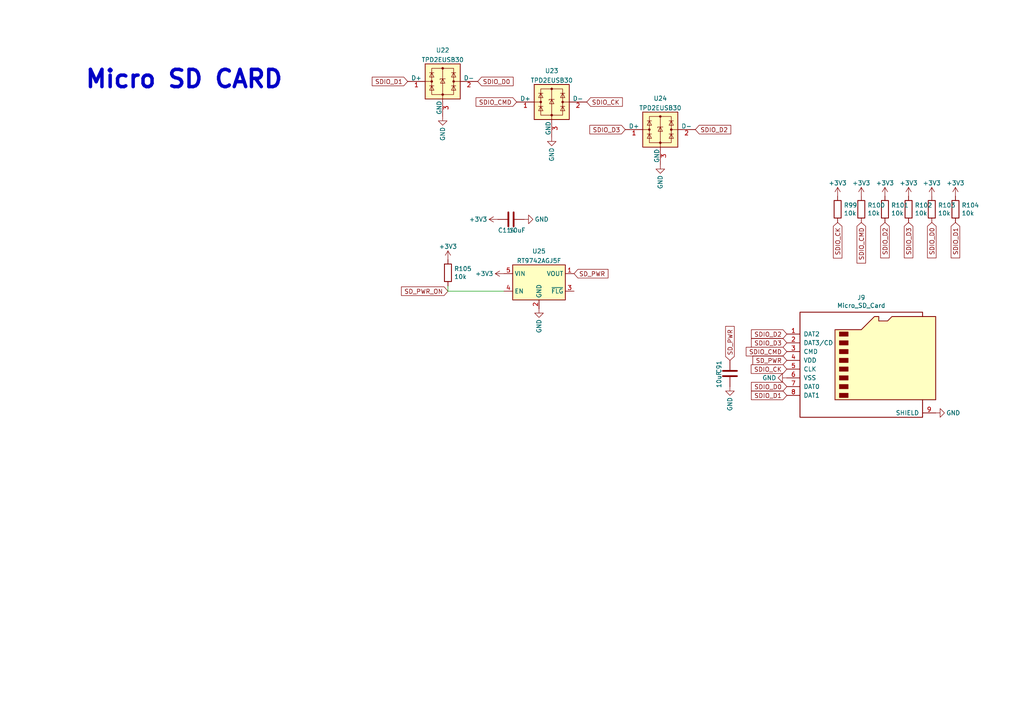
<source format=kicad_sch>
(kicad_sch (version 20211123) (generator eeschema)
  (paper "A4")
  (lib_symbols
    (symbol "Connector:Micro_SD_Card" (pin_names (offset 1.016))
      (property "Reference" "J" (at -16.51 15.24 0))
      (property "Value" "Micro_SD_Card" (at 16.51 15.24 0))
      (symbol "Micro_SD_Card_0_1"
        (rectangle (start -7.62 -9.525) (end -5.08 -10.795) (fill (type outline)))
        (rectangle (start -7.62 -6.985) (end -5.08 -8.255) (fill (type outline)))
        (rectangle (start -7.62 -4.445) (end -5.08 -5.715) (fill (type outline)))
        (rectangle (start -7.62 -1.905) (end -5.08 -3.175) (fill (type outline)))
        (rectangle (start -7.62 0.635) (end -5.08 -0.635) (fill (type outline)))
        (rectangle (start -7.62 3.175) (end -5.08 1.905) (fill (type outline)))
        (rectangle (start -7.62 5.715) (end -5.08 4.445) (fill (type outline)))
        (rectangle (start -7.62 8.255) (end -5.08 6.985) (fill (type outline)))
        (polyline (pts (xy 16.51 12.7) (xy 16.51 13.97) (xy -19.05 13.97) (xy -19.05 -16.51) (xy 16.51 -16.51) (xy 16.51 -11.43)) (stroke (width 0.254)))
        (polyline (pts (xy -8.89 -11.43) (xy -8.89 8.89) (xy -1.27 8.89) (xy 2.54 12.7) (xy 3.81 12.7) (xy 3.81 11.43) (xy 6.35 11.43) (xy 7.62 12.7) (xy 20.32 12.7) (xy 20.32 -11.43) (xy -8.89 -11.43)) (stroke (width 0.254)) (fill (type background)))
      )
      (symbol "Micro_SD_Card_1_1"
        (pin bidirectional line (at -22.86 7.62 0) (length 3.81) (name "DAT2") (number "1"))
        (pin bidirectional line (at -22.86 5.08 0) (length 3.81) (name "DAT3/CD") (number "2"))
        (pin input line (at -22.86 2.54 0) (length 3.81) (name "CMD") (number "3"))
        (pin power_in line (at -22.86 0 0) (length 3.81) (name "VDD") (number "4"))
        (pin input line (at -22.86 -2.54 0) (length 3.81) (name "CLK") (number "5"))
        (pin power_in line (at -22.86 -5.08 0) (length 3.81) (name "VSS") (number "6"))
        (pin bidirectional line (at -22.86 -7.62 0) (length 3.81) (name "DAT0") (number "7"))
        (pin bidirectional line (at -22.86 -10.16 0) (length 3.81) (name "DAT1") (number "8"))
        (pin passive line (at 20.32 -15.24 180) (length 3.81) (name "SHIELD") (number "9"))
      )
    )
    (symbol "Device:C" (pin_numbers hide) (pin_names (offset 0.254))
      (property "Reference" "C" (at 0.635 2.54 0))
      (property "Value" "C" (at 0.635 -2.54 0))
      (symbol "C_0_1"
        (polyline (pts (xy -2.032 -0.762) (xy 2.032 -0.762)) (stroke (width 0.508)))
        (polyline (pts (xy -2.032 0.762) (xy 2.032 0.762)) (stroke (width 0.508)))
      )
      (symbol "C_1_1"
        (pin passive line (at 0 3.81 270) (length 2.794) (name "~") (number "1"))
        (pin passive line (at 0 -3.81 90) (length 2.794) (name "~") (number "2"))
      )
    )
    (symbol "Device:R" (pin_numbers hide) (pin_names (offset 0))
      (property "Reference" "R" (at 2.032 0 90))
      (property "Value" "R" (at 0 0 90))
      (symbol "R_0_1"
        (rectangle (start -1.016 -2.54) (end 1.016 2.54) (stroke (width 0.254)))
      )
      (symbol "R_1_1"
        (pin passive line (at 0 3.81 270) (length 1.27) (name "~") (number "1"))
        (pin passive line (at 0 -3.81 90) (length 1.27) (name "~") (number "2"))
      )
    )
    (symbol "Power_Management:RT9742AGJ5F"
      (property "Reference" "U" (at 0 10.16 0))
      (property "Value" "RT9742AGJ5F" (at 0 7.62 0))
      (symbol "RT9742AGJ5F_0_1"
        (rectangle (start -7.62 5.08) (end 7.62 -5.08) (stroke (width 0.254)) (fill (type background)))
      )
      (symbol "RT9742AGJ5F_1_1"
        (pin power_out line (at 10.16 2.54 180) (length 2.54) (name "VOUT") (number "1"))
        (pin power_in line (at 0 -7.62 90) (length 2.54) (name "GND") (number "2"))
        (pin open_collector line (at 10.16 -2.54 180) (length 2.54) (name "~{FLG}") (number "3"))
        (pin input line (at -10.16 -2.54 0) (length 2.54) (name "EN") (number "4"))
        (pin power_in line (at -10.16 2.54 0) (length 2.54) (name "VIN") (number "5"))
      )
    )
    (symbol "Power_Protection:TPD2EUSB30" (pin_names (offset 0))
      (property "Reference" "U" (at 0 6.35 0))
      (property "Value" "TPD2EUSB30" (at 7.62 -7.62 0))
      (symbol "TPD2EUSB30_0_1"
        (rectangle (start -5.08 5.08) (end 5.08 -5.08) (stroke (width 0.254)) (fill (type background)))
        (circle (center -3.175 0) (radius 0.2794) (fill (type outline)))
        (rectangle (start -3.175 3.81) (end 3.175 -3.81))
        (circle (center 0 -3.81) (radius 0.2794) (fill (type outline)))
        (polyline (pts (xy -5.08 0) (xy -3.175 0)))
        (polyline (pts (xy -3.81 -1.27) (xy -2.54 -1.27)))
        (polyline (pts (xy -3.81 2.54) (xy -2.54 2.54)))
        (polyline (pts (xy 0 3.81) (xy 0 -5.08)))
        (polyline (pts (xy 2.54 -1.27) (xy 3.81 -1.27)))
        (polyline (pts (xy 2.54 2.54) (xy 3.81 2.54)))
        (polyline (pts (xy 5.08 0) (xy 3.175 0)))
        (polyline (pts (xy 0.762 0.762) (xy -0.762 0.762) (xy -0.762 0.508)))
        (polyline (pts (xy -2.54 -2.54) (xy -3.81 -2.54) (xy -3.175 -1.27) (xy -2.54 -2.54)))
        (polyline (pts (xy -2.54 1.27) (xy -3.81 1.27) (xy -3.175 2.54) (xy -2.54 1.27)))
        (polyline (pts (xy 0.635 -0.508) (xy -0.635 -0.508) (xy 0 0.762) (xy 0.635 -0.508)))
        (polyline (pts (xy 3.81 -2.54) (xy 2.54 -2.54) (xy 3.175 -1.27) (xy 3.81 -2.54)))
        (polyline (pts (xy 3.81 1.27) (xy 2.54 1.27) (xy 3.175 2.54) (xy 3.81 1.27)))
        (circle (center 0 3.81) (radius 0.2794) (fill (type outline)))
        (circle (center 3.175 0) (radius 0.2794) (fill (type outline)))
      )
      (symbol "TPD2EUSB30_1_1"
        (pin passive line (at -10.16 0 0) (length 5.08) (name "D+") (number "1"))
        (pin passive line (at 10.16 0 180) (length 5.08) (name "D-") (number "2"))
        (pin passive line (at 0 -10.16 90) (length 5.08) (name "GND") (number "3"))
      )
    )
    (symbol "power:+3.3V" (power) (pin_names (offset 0))
      (property "Value" "+3.3V" (at 0 3.556 0))
      (symbol "+3.3V_0_1"
        (polyline (pts (xy -0.762 1.27) (xy 0 2.54)))
        (polyline (pts (xy 0 0) (xy 0 2.54)))
        (polyline (pts (xy 0 2.54) (xy 0.762 1.27)))
      )
      (symbol "+3.3V_1_1"
        (pin power_in line (at 0 0 90) (length 0) hide (name "+3V3") (number "1"))
      )
    )
    (symbol "power:GND" (power) (pin_names (offset 0))
      (property "Value" "GND" (at 0 -3.81 0))
      (symbol "GND_0_1"
        (polyline (pts (xy 0 0) (xy 0 -1.27) (xy 1.27 -1.27) (xy 0 -2.54) (xy -1.27 -1.27) (xy 0 -1.27)))
      )
      (symbol "GND_1_1"
        (pin power_in line (at 0 0 270) (length 0) hide (name "GND") (number "1"))
      )
    )
  )
  (wire (pts (xy 146.177 84.455) (xy 129.921 84.455)))
  (wire (pts (xy 129.921 84.455) (xy 129.921 82.931)))
  (text "Micro SD CARD" (at 24.384 26.035 0) (effects (font (size 5.0038 5.0038) (thickness 1.0008) bold) (justify left bottom)))
  (global_label "SD_PWR" (shape input) (at 166.497 79.375 0) (property "Intersheet References" "${INTERSHEET_REFS}" (effects hide)))
  (global_label "SD_PWR_ON" (shape input) (at 129.921 84.455 180) (property "Intersheet References" "${INTERSHEET_REFS}" (effects hide)))
  (global_label "SDIO_CMD" (shape input) (at 249.809 64.516 270) (property "Intersheet References" "${INTERSHEET_REFS}" (effects hide)))
  (global_label "SDIO_D3" (shape input) (at 263.525 64.516 270) (property "Intersheet References" "${INTERSHEET_REFS}" (effects hide)))
  (global_label "SDIO_D3" (shape input) (at 181.356 37.592 180) (property "Intersheet References" "${INTERSHEET_REFS}" (effects hide)))
  (global_label "SDIO_D2" (shape input) (at 256.667 64.516 270) (property "Intersheet References" "${INTERSHEET_REFS}" (effects hide)))
  (global_label "SD_PWR" (shape input) (at 228.219 104.521 180) (property "Intersheet References" "${INTERSHEET_REFS}" (effects hide)))
  (global_label "SDIO_CK" (shape input) (at 242.951 64.516 270) (property "Intersheet References" "${INTERSHEET_REFS}" (effects hide)))
  (global_label "SDIO_CK" (shape input) (at 228.219 107.061 180) (property "Intersheet References" "${INTERSHEET_REFS}" (effects hide)))
  (global_label "SDIO_CK" (shape input) (at 170.18 29.591 0) (property "Intersheet References" "${INTERSHEET_REFS}" (effects hide)))
  (global_label "SDIO_CMD" (shape input) (at 149.86 29.591 180) (property "Intersheet References" "${INTERSHEET_REFS}" (effects hide)))
  (global_label "SDIO_CMD" (shape input) (at 228.219 101.981 180) (property "Intersheet References" "${INTERSHEET_REFS}" (effects hide)))
  (global_label "SDIO_D2" (shape input) (at 228.219 96.901 180) (property "Intersheet References" "${INTERSHEET_REFS}" (effects hide)))
  (global_label "SD_PWR" (shape input) (at 211.709 104.521 90) (property "Intersheet References" "${INTERSHEET_REFS}" (effects hide)))
  (global_label "SDIO_D2" (shape input) (at 201.676 37.592 0) (property "Intersheet References" "${INTERSHEET_REFS}" (effects hide)))
  (global_label "SDIO_D1" (shape input) (at 118.237 23.622 180) (property "Intersheet References" "${INTERSHEET_REFS}" (effects hide)))
  (global_label "SDIO_D1" (shape input) (at 277.114 64.516 270) (property "Intersheet References" "${INTERSHEET_REFS}" (effects hide)))
  (global_label "SDIO_D3" (shape input) (at 228.219 99.441 180) (property "Intersheet References" "${INTERSHEET_REFS}" (effects hide)))
  (global_label "SDIO_D1" (shape input) (at 228.219 114.681 180) (property "Intersheet References" "${INTERSHEET_REFS}" (effects hide)))
  (global_label "SDIO_D0" (shape input) (at 138.557 23.622 0) (property "Intersheet References" "${INTERSHEET_REFS}" (effects hide)))
  (global_label "SDIO_D0" (shape input) (at 270.256 64.516 270) (property "Intersheet References" "${INTERSHEET_REFS}" (effects hide)))
  (global_label "SDIO_D0" (shape input) (at 228.219 112.141 180) (property "Intersheet References" "${INTERSHEET_REFS}" (effects hide)))
  (symbol (lib_id "Connector:Micro_SD_Card") (at 251.079 104.521 0) (unit 1)
    (property "Reference" "J9" (at 249.809 86.3092 0))
    (property "Value" "Micro_SD_Card" (at 249.809 88.6206 0))
    (property "Footprint" "Footprint:SD_Card_Holder_1" (effects hide))
    (property "Datasheet" "http://katalog.we-online.de/em/datasheet/693072010801.pdf" (effects hide))
  )
  (symbol (lib_id "Device:C") (at 211.709 108.331 180) (unit 1)
    (property "Reference" "C91" (at 208.534 104.521 90) (effects (justify left)))
    (property "Value" "10uF" (at 208.534 107.696 90) (effects (justify left)))
    (property "Footprint" "Capacitor_SMD:C_0805_2012Metric" (effects hide))
  )
  (symbol (lib_id "Power_Protection:TPD2EUSB30") (at 128.397 23.622 0) (unit 1)
    (property "Reference" "U22" (at 128.397 14.5755 0))
    (property "Value" "TPD2EUSB30" (at 128.397 17.3506 0))
    (property "Footprint" "Package_TO_SOT_SMD:Texas_DRT-3" (effects hide))
    (property "Datasheet" "http://www.ti.com/lit/ds/symlink/tpd2eusb30a.pdf" (effects hide))
  )
  (symbol (lib_id "Device:R") (at 129.921 79.121 0) (unit 1)
    (property "Reference" "R105" (at 131.699 77.9526 0) (effects (justify left)))
    (property "Value" "10k" (at 131.699 80.264 0) (effects (justify left)))
    (property "Footprint" "Resistor_SMD:R_0603_1608Metric" (effects hide))
  )
  (symbol (lib_id "power:GND") (at 271.399 119.761 90) (unit 1)
    (property "Reference" "#PWR0343" (effects hide))
    (property "Value" "GND" (at 276.479 119.761 90))
  )
  (symbol (lib_id "Device:C") (at 148.209 63.627 270) (unit 1)
    (property "Reference" "C114" (at 144.399 66.802 90) (effects (justify left)))
    (property "Value" "10uF" (at 147.574 66.802 90) (effects (justify left)))
    (property "Footprint" "Capacitor_SMD:C_0805_2012Metric" (effects hide))
  )
  (symbol (lib_id "Device:R") (at 270.256 60.706 0) (unit 1)
    (property "Reference" "R103" (at 272.034 59.5376 0) (effects (justify left)))
    (property "Value" "10k" (at 272.034 61.849 0) (effects (justify left)))
    (property "Footprint" "Resistor_SMD:R_0603_1608Metric" (effects hide))
  )
  (symbol (lib_id "power:+3.3V") (at 144.399 63.627 90) (unit 1)
    (property "Reference" "#PWR0306" (effects hide))
    (property "Value" "+3.3V" (at 138.684 63.627 90))
  )
  (symbol (lib_id "power:+3.3V") (at 256.667 56.896 0) (unit 1)
    (property "Reference" "#PWR0302" (effects hide))
    (property "Value" "+3.3V" (at 256.667 53.086 0))
  )
  (symbol (lib_id "power:GND") (at 152.019 63.627 90) (unit 1)
    (property "Reference" "#PWR0307" (effects hide))
    (property "Value" "GND" (at 157.099 63.627 90))
  )
  (symbol (lib_id "Device:R") (at 256.667 60.706 0) (unit 1)
    (property "Reference" "R101" (at 258.445 59.5376 0) (effects (justify left)))
    (property "Value" "10k" (at 258.445 61.849 0) (effects (justify left)))
    (property "Footprint" "Resistor_SMD:R_0603_1608Metric" (effects hide))
  )
  (symbol (lib_id "power:+3.3V") (at 270.256 56.896 0) (unit 1)
    (property "Reference" "#PWR0304" (effects hide))
    (property "Value" "+3.3V" (at 270.256 53.086 0))
  )
  (symbol (lib_id "power:+3.3V") (at 249.809 56.896 0) (unit 1)
    (property "Reference" "#PWR0301" (effects hide))
    (property "Value" "+3.3V" (at 249.809 53.086 0))
  )
  (symbol (lib_id "power:GND") (at 156.337 89.535 0) (unit 1)
    (property "Reference" "#PWR0309" (effects hide))
    (property "Value" "GND" (at 156.337 94.615 90))
  )
  (symbol (lib_id "Device:R") (at 242.951 60.706 0) (unit 1)
    (property "Reference" "R99" (at 244.729 59.5376 0) (effects (justify left)))
    (property "Value" "10k" (at 244.729 61.849 0) (effects (justify left)))
    (property "Footprint" "Resistor_SMD:R_0603_1608Metric" (effects hide))
  )
  (symbol (lib_id "Device:R") (at 249.809 60.706 0) (unit 1)
    (property "Reference" "R100" (at 251.587 59.5376 0) (effects (justify left)))
    (property "Value" "10k" (at 251.587 61.849 0) (effects (justify left)))
    (property "Footprint" "Resistor_SMD:R_0603_1608Metric" (effects hide))
  )
  (symbol (lib_id "power:GND") (at 228.219 109.601 270) (unit 1)
    (property "Reference" "#PWR0341" (effects hide))
    (property "Value" "GND" (at 223.139 109.601 90))
  )
  (symbol (lib_id "power:GND") (at 191.516 47.752 0) (unit 1)
    (property "Reference" "#PWR0299" (effects hide))
    (property "Value" "GND" (at 191.516 52.832 90))
  )
  (symbol (lib_id "Device:R") (at 263.525 60.706 0) (unit 1)
    (property "Reference" "R102" (at 265.303 59.5376 0) (effects (justify left)))
    (property "Value" "10k" (at 265.303 61.849 0) (effects (justify left)))
    (property "Footprint" "Resistor_SMD:R_0603_1608Metric" (effects hide))
  )
  (symbol (lib_id "power:+3.3V") (at 146.177 79.375 90) (unit 1)
    (property "Reference" "#PWR0342" (effects hide))
    (property "Value" "+3.3V" (at 140.462 79.375 90))
  )
  (symbol (lib_id "power:GND") (at 128.397 33.782 0) (unit 1)
    (property "Reference" "#PWR0297" (effects hide))
    (property "Value" "GND" (at 128.397 38.862 90))
  )
  (symbol (lib_id "Power_Protection:TPD2EUSB30") (at 160.02 29.591 0) (unit 1)
    (property "Reference" "U23" (at 160.02 20.5445 0))
    (property "Value" "TPD2EUSB30" (at 160.02 23.3196 0))
    (property "Footprint" "Package_TO_SOT_SMD:Texas_DRT-3" (effects hide))
    (property "Datasheet" "http://www.ti.com/lit/ds/symlink/tpd2eusb30a.pdf" (effects hide))
  )
  (symbol (lib_id "power:+3.3V") (at 129.921 75.311 0) (unit 1)
    (property "Reference" "#PWR0308" (effects hide))
    (property "Value" "+3.3V" (at 129.921 71.501 0))
  )
  (symbol (lib_id "power:+3.3V") (at 242.951 56.896 0) (unit 1)
    (property "Reference" "#PWR0300" (effects hide))
    (property "Value" "+3.3V" (at 242.951 53.086 0))
  )
  (symbol (lib_id "Power_Protection:TPD2EUSB30") (at 191.516 37.592 0) (unit 1)
    (property "Reference" "U24" (at 191.516 28.5455 0))
    (property "Value" "TPD2EUSB30" (at 191.516 31.3206 0))
    (property "Footprint" "Package_TO_SOT_SMD:Texas_DRT-3" (effects hide))
    (property "Datasheet" "http://www.ti.com/lit/ds/symlink/tpd2eusb30a.pdf" (effects hide))
  )
  (symbol (lib_id "power:GND") (at 160.02 39.751 0) (unit 1)
    (property "Reference" "#PWR0298" (effects hide))
    (property "Value" "GND" (at 160.02 44.831 90))
  )
  (symbol (lib_id "power:GND") (at 211.709 112.141 0) (unit 1)
    (property "Reference" "#PWR0344" (effects hide))
    (property "Value" "GND" (at 211.709 117.221 90))
  )
  (symbol (lib_id "power:+3.3V") (at 277.114 56.896 0) (unit 1)
    (property "Reference" "#PWR0305" (effects hide))
    (property "Value" "+3.3V" (at 277.114 53.086 0))
  )
  (symbol (lib_id "Device:R") (at 277.114 60.706 0) (unit 1)
    (property "Reference" "R104" (at 278.892 59.5376 0) (effects (justify left)))
    (property "Value" "10k" (at 278.892 61.849 0) (effects (justify left)))
    (property "Footprint" "Resistor_SMD:R_0603_1608Metric" (effects hide))
  )
  (symbol (lib_id "power:+3.3V") (at 263.525 56.896 0) (unit 1)
    (property "Reference" "#PWR0303" (effects hide))
    (property "Value" "+3.3V" (at 263.525 53.086 0))
  )
  (symbol (lib_id "Power_Management:RT9742AGJ5F") (at 156.337 81.915 0) (unit 1)
    (property "Reference" "U25" (at 156.337 72.8685 0))
    (property "Value" "RT9742AGJ5F" (at 156.337 75.6436 0))
    (property "Footprint" "Package_TO_SOT_SMD:TSOT-23-5" (effects hide))
    (property "Datasheet" "https://www.richtek.com/assets/product_file/RT9742/DS9742-10.pdf" (effects hide))
  )
)
</source>
